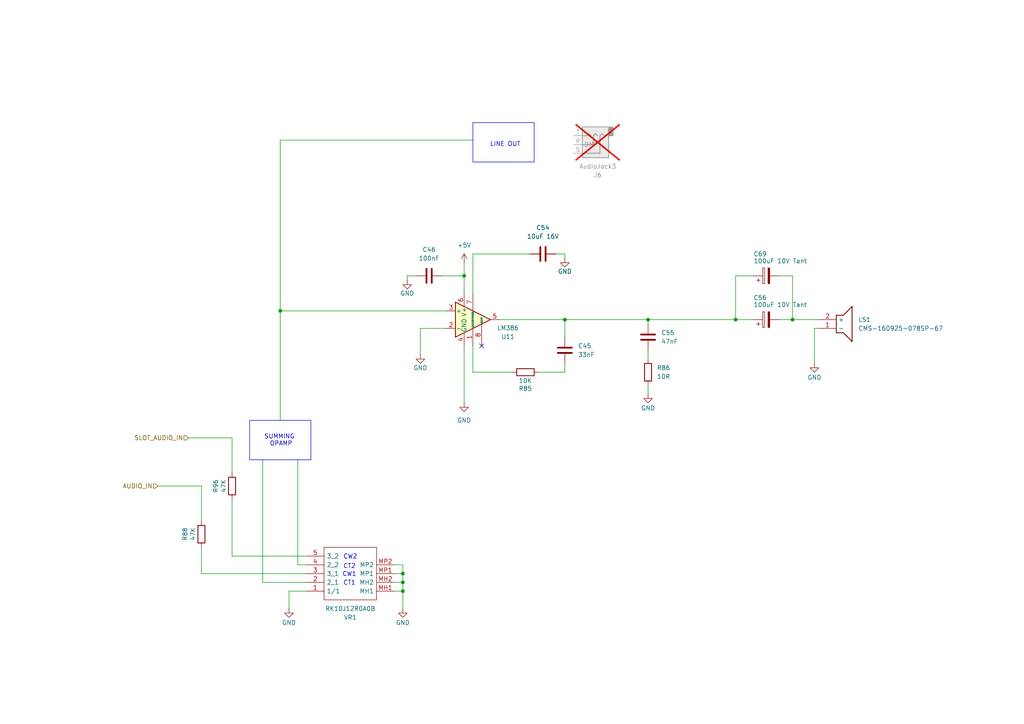
<source format=kicad_sch>
(kicad_sch (version 20250114) (generator "eeschema") (generator_version "9.0")
  (paper "A4")
  (lib_symbols
    (symbol "Amplifier_Audio:LM386" (pin_names (offset 0.127))
      (property "Reference" "U" (at 1.27 7.62 0))
      (property "Value" "LM386" (at 1.27 5.08 0))
      (symbol "LM386_0_1"
        (polyline (pts (xy 5.08 0) (xy -5.08 5.08) (xy -5.08 -5.08) (xy 5.08 0)) (stroke (width 0.254)) (fill (type background)))
      )
      (symbol "LM386_1_1"
        (pin input line (at -7.62 2.54 0) (length 2.54) (name "+") (number "3"))
        (pin input line (at -7.62 -2.54 0) (length 2.54) (name "-") (number "2"))
        (pin power_in line (at -2.54 7.62 270) (length 3.81) (name "V+") (number "6"))
        (pin power_in line (at -2.54 -7.62 90) (length 3.81) (name "GND") (number "4"))
        (pin input line (at 0 7.62 270) (length 5.08) (name "BYPASS") (number "7"))
        (pin input line (at 0 -7.62 90) (length 5.08) (name "GAIN") (number "1"))
        (pin input line (at 2.54 -7.62 90) (length 6.35) (name "GAIN") (number "8"))
        (pin output line (at 7.62 0 180) (length 2.54) (name "~") (number "5"))
      )
    )
    (symbol "CMS-160925-078SP-67:CMS-160925-078SP-67"
      (property "Reference" "LS" (at 11.43 0 0))
      (property "Value" "CMS-160925-078SP-67" (at 11.43 -2.54 0))
      (symbol "CMS-160925-078SP-67_1_1"
        (polyline (pts (xy 5.08 1.27) (xy 5.08 -3.81)) (stroke (width 0.254)))
        (polyline (pts (xy 5.08 1.27) (xy 7.112 1.27)) (stroke (width 0.254)))
        (polyline (pts (xy 7.112 -3.81) (xy 5.08 -3.81)) (stroke (width 0.254)))
        (polyline (pts (xy 7.112 -3.81) (xy 9.652 -6.35)) (stroke (width 0.254)))
        (polyline (pts (xy 9.652 3.81) (xy 7.112 1.27)) (stroke (width 0.254)))
        (polyline (pts (xy 9.652 3.81) (xy 9.652 -6.35)) (stroke (width 0.254)))
        (pin passive line (at 0 0 0) (length 5.08) (name "+") (number "2"))
        (pin passive line (at 0 -2.54 0) (length 5.08) (name "-") (number "1"))
      )
    )
    (symbol "Connector_Audio:AudioJack3"
      (property "Reference" "J" (at 0 8.89 0))
      (property "Value" "AudioJack3" (at 0 6.35 0))
      (symbol "AudioJack3_0_1"
        (rectangle (start -5.08 -5.08) (end -6.35 -2.54) (stroke (width 0.254)) (fill (type outline)))
        (polyline (pts (xy -1.905 -2.54) (xy -1.27 -3.175) (xy -0.635 -2.54) (xy -0.635 0) (xy 2.54 0)) (stroke (width 0.254)))
        (polyline (pts (xy 0 -2.54) (xy 0.635 -3.175) (xy 1.27 -2.54) (xy 2.54 -2.54)) (stroke (width 0.254)))
        (rectangle (start 2.54 3.81) (end -5.08 -5.08) (stroke (width 0.254)) (fill (type background)))
        (polyline (pts (xy 2.54 2.54) (xy -2.54 2.54) (xy -2.54 -2.54) (xy -3.175 -3.175) (xy -3.81 -2.54)) (stroke (width 0.254)))
      )
      (symbol "AudioJack3_1_1"
        (pin passive line (at 5.08 2.54 180) (length 2.54) (name "~") (number "S"))
        (pin passive line (at 5.08 0 180) (length 2.54) (name "~") (number "R"))
        (pin passive line (at 5.08 -2.54 180) (length 2.54) (name "~") (number "T"))
      )
    )
    (symbol "Device:C" (pin_numbers (hide yes)) (pin_names (offset 0.254))
      (property "Reference" "C" (at 0.635 2.54 0))
      (property "Value" "C" (at 0.635 -2.54 0))
      (symbol "C_0_1"
        (polyline (pts (xy -2.032 0.762) (xy 2.032 0.762)) (stroke (width 0.508)))
        (polyline (pts (xy -2.032 -0.762) (xy 2.032 -0.762)) (stroke (width 0.508)))
      )
      (symbol "C_1_1"
        (pin passive line (at 0 3.81 270) (length 2.794) (name "~") (number "1"))
        (pin passive line (at 0 -3.81 90) (length 2.794) (name "~") (number "2"))
      )
    )
    (symbol "Device:C_Polarized" (pin_numbers (hide yes)) (pin_names (offset 0.254))
      (property "Reference" "C" (at 0.635 2.54 0))
      (property "Value" "C_Polarized" (at 0.635 -2.54 0))
      (symbol "C_Polarized_0_1"
        (rectangle (start -2.286 0.508) (end 2.286 1.016))
        (polyline (pts (xy -1.778 2.286) (xy -0.762 2.286)))
        (polyline (pts (xy -1.27 2.794) (xy -1.27 1.778)))
        (rectangle (start 2.286 -0.508) (end -2.286 -1.016) (fill (type outline)))
      )
      (symbol "C_Polarized_1_1"
        (pin passive line (at 0 3.81 270) (length 2.794) (name "~") (number "1"))
        (pin passive line (at 0 -3.81 90) (length 2.794) (name "~") (number "2"))
      )
    )
    (symbol "Device:R" (pin_numbers (hide yes)) (pin_names (offset 0))
      (property "Reference" "R" (at 2.032 0 90))
      (property "Value" "R" (at 0 0 90))
      (symbol "R_0_1"
        (rectangle (start -1.016 -2.54) (end 1.016 2.54) (stroke (width 0.254)))
      )
      (symbol "R_1_1"
        (pin passive line (at 0 3.81 270) (length 1.27) (name "~") (number "1"))
        (pin passive line (at 0 -3.81 90) (length 1.27) (name "~") (number "2"))
      )
    )
    (symbol "RK10J12R0A0B:RK10J12R0A0B" (pin_names (offset 0.762))
      (property "Reference" "VR" (at 21.59 7.62 0))
      (property "Value" "RK10J12R0A0B" (at 21.59 5.08 0))
      (symbol "RK10J12R0A0B_0_0"
        (pin passive line (at 0 0 0) (length 5.08) (name "1/1") (number "1"))
        (pin passive line (at 0 -2.54 0) (length 5.08) (name "2_1") (number "2"))
        (pin passive line (at 0 -5.08 0) (length 5.08) (name "3_1") (number "3"))
        (pin passive line (at 0 -7.62 0) (length 5.08) (name "2_2") (number "4"))
        (pin passive line (at 0 -10.16 0) (length 5.08) (name "3_2") (number "5"))
        (pin passive line (at 25.4 0 180) (length 5.08) (name "MH1") (number "MH1"))
        (pin passive line (at 25.4 -2.54 180) (length 5.08) (name "MH2") (number "MH2"))
        (pin passive line (at 25.4 -5.08 180) (length 5.08) (name "MP1") (number "MP1"))
        (pin passive line (at 25.4 -7.62 180) (length 5.08) (name "MP2") (number "MP2"))
      )
      (symbol "RK10J12R0A0B_0_1"
        (polyline (pts (xy 5.08 2.54) (xy 20.32 2.54) (xy 20.32 -12.7) (xy 5.08 -12.7) (xy 5.08 2.54)) (stroke (width 0.1524)))
      )
    )
    (symbol "power:+5V" (power) (pin_names (offset 0))
      (property "Value" "+5V" (at 0 3.556 0))
      (symbol "+5V_0_1"
        (polyline (pts (xy -0.762 1.27) (xy 0 2.54)))
        (polyline (pts (xy 0 2.54) (xy 0.762 1.27)))
        (polyline (pts (xy 0 0) (xy 0 2.54)))
      )
      (symbol "+5V_1_1"
        (pin power_in line (at 0 0 90) (length 0) (hide yes) (name "+5V") (number "1"))
      )
    )
    (symbol "power:GND" (power) (pin_numbers (hide yes)) (pin_names (offset 0) (hide yes))
      (property "Value" "GND" (at 0 -3.81 0))
      (symbol "GND_0_1"
        (polyline (pts (xy 0 0) (xy 0 -1.27) (xy 1.27 -1.27) (xy 0 -2.54) (xy -1.27 -1.27) (xy 0 -1.27)))
      )
      (symbol "GND_1_1"
        (pin power_in line (at 0 0 270) (length 0) (name "~") (number "1"))
      )
    )
  )
  (rectangle (start 72.39 121.92) (end 90.17 133.35))
  (rectangle (start 137.16 35.56) (end 154.94 46.99))
  (text "CT1" (at 101.346 169.164 0) (effects (font (size 1.27 1.27))))
  (text "CT2" (at 101.346 164.338 0) (effects (font (size 1.27 1.27))))
  (text "CW1" (at 101.346 166.624 0) (effects (font (size 1.27 1.27))))
  (text "CW2" (at 101.6 161.544 0) (effects (font (size 1.27 1.27))))
  (text "LINE OUT\n" (at 146.558 41.91 0) (effects (font (size 1.27 1.27))))
  (text "SUMMING \nOPAMP" (at 81.534 127.762 0) (effects (font (size 1.27 1.27))))
  (junction (at 187.96 92.71))
  (junction (at 229.87 92.71))
  (junction (at 116.84 171.45))
  (junction (at 163.83 92.71))
  (junction (at 213.36 92.71))
  (junction (at 81.28 90.17))
  (junction (at 134.62 80.01))
  (junction (at 116.84 166.37))
  (junction (at 116.84 168.91))
  (no_connect (at 139.7 100.33))
  (wire (pts (xy 81.28 90.17) (xy 81.28 40.64)))
  (wire (pts (xy 86.36 163.83) (xy 88.9 163.83)))
  (wire (pts (xy 83.82 176.53) (xy 83.82 171.45)))
  (wire (pts (xy 213.36 92.71) (xy 218.44 92.71)))
  (wire (pts (xy 156.21 107.95) (xy 163.83 107.95)))
  (wire (pts (xy 134.62 116.84) (xy 134.62 100.33)))
  (wire (pts (xy 137.16 73.66) (xy 153.67 73.66)))
  (wire (pts (xy 226.06 80.01) (xy 229.87 80.01)))
  (wire (pts (xy 114.3 166.37) (xy 116.84 166.37)))
  (wire (pts (xy 137.16 73.66) (xy 137.16 85.09)))
  (wire (pts (xy 58.42 151.13) (xy 58.42 140.97)))
  (wire (pts (xy 88.9 161.29) (xy 67.31 161.29)))
  (wire (pts (xy 116.84 166.37) (xy 116.84 163.83)))
  (wire (pts (xy 187.96 92.71) (xy 187.96 93.98)))
  (wire (pts (xy 213.36 80.01) (xy 213.36 92.71)))
  (wire (pts (xy 128.27 80.01) (xy 134.62 80.01)))
  (wire (pts (xy 137.16 100.33) (xy 137.16 107.95)))
  (wire (pts (xy 121.92 102.87) (xy 121.92 95.25)))
  (wire (pts (xy 236.22 95.25) (xy 236.22 105.41)))
  (wire (pts (xy 187.96 92.71) (xy 213.36 92.71)))
  (wire (pts (xy 58.42 166.37) (xy 88.9 166.37)))
  (wire (pts (xy 218.44 80.01) (xy 213.36 80.01)))
  (wire (pts (xy 45.72 140.97) (xy 58.42 140.97)))
  (wire (pts (xy 116.84 163.83) (xy 114.3 163.83)))
  (wire (pts (xy 116.84 171.45) (xy 116.84 168.91)))
  (wire (pts (xy 54.61 127) (xy 67.31 127)))
  (wire (pts (xy 114.3 168.91) (xy 116.84 168.91)))
  (wire (pts (xy 88.9 168.91) (xy 76.2 168.91)))
  (wire (pts (xy 163.83 74.93) (xy 163.83 73.66)))
  (wire (pts (xy 163.83 92.71) (xy 187.96 92.71)))
  (wire (pts (xy 118.11 80.01) (xy 120.65 80.01)))
  (wire (pts (xy 81.28 90.17) (xy 81.28 121.92)))
  (wire (pts (xy 116.84 168.91) (xy 116.84 166.37)))
  (wire (pts (xy 229.87 80.01) (xy 229.87 92.71)))
  (wire (pts (xy 81.28 90.17) (xy 129.54 90.17)))
  (wire (pts (xy 134.62 76.2) (xy 134.62 80.01)))
  (wire (pts (xy 163.83 73.66) (xy 161.29 73.66)))
  (wire (pts (xy 226.06 92.71) (xy 229.87 92.71)))
  (wire (pts (xy 81.28 40.64) (xy 137.16 40.64)))
  (wire (pts (xy 118.11 81.28) (xy 118.11 80.01)))
  (wire (pts (xy 163.83 107.95) (xy 163.83 105.41)))
  (wire (pts (xy 116.84 176.53) (xy 116.84 171.45)))
  (wire (pts (xy 187.96 111.76) (xy 187.96 114.3)))
  (wire (pts (xy 229.87 92.71) (xy 237.49 92.71)))
  (wire (pts (xy 114.3 171.45) (xy 116.84 171.45)))
  (wire (pts (xy 76.2 133.35) (xy 76.2 168.91)))
  (wire (pts (xy 134.62 80.01) (xy 134.62 85.09)))
  (wire (pts (xy 137.16 107.95) (xy 148.59 107.95)))
  (wire (pts (xy 67.31 144.78) (xy 67.31 161.29)))
  (wire (pts (xy 121.92 95.25) (xy 129.54 95.25)))
  (wire (pts (xy 86.36 133.35) (xy 86.36 163.83)))
  (wire (pts (xy 58.42 158.75) (xy 58.42 166.37)))
  (wire (pts (xy 67.31 137.16) (xy 67.31 127)))
  (wire (pts (xy 83.82 171.45) (xy 88.9 171.45)))
  (wire (pts (xy 237.49 95.25) (xy 236.22 95.25)))
  (wire (pts (xy 187.96 101.6) (xy 187.96 104.14)))
  (wire (pts (xy 163.83 92.71) (xy 163.83 97.79)))
  (wire (pts (xy 144.78 92.71) (xy 163.83 92.71)))
  (hierarchical_label "SLOT_AUDIO_IN" (shape input) (at 54.61 127 180))
  (hierarchical_label "AUDIO_IN" (shape input) (at 45.72 140.97 180))
  (symbol (lib_id "power:GND") (at 118.11 81.28 0) (unit 1)
    (property "Reference" "#PWR0185" (effects (hide yes)))
    (property "Value" "GND" (at 118.11 85.09 0))
    (property "Description" "Power symbol creates a global label with name \"GND\" , ground" (effects (hide yes)))
  )
  (symbol (lib_id "Device:C") (at 163.83 101.6 0) (unit 1)
    (property "Reference" "C45" (at 167.64 100.3299 0) (effects (justify left)))
    (property "Value" "33nF" (at 167.64 102.8699 0) (effects (justify left)))
    (property "Footprint" "Capacitor_SMD:C_0603_1608Metric" (effects (hide yes)))
    (property "Description" "Unpolarized capacitor" (effects (hide yes)))
    (property "LCSC" "C21117" (effects (hide yes)))
  )
  (symbol (lib_id "power:GND") (at 163.83 74.93 0) (mirror y) (unit 1)
    (property "Reference" "#PWR0230" (effects (hide yes)))
    (property "Value" "GND" (at 163.83 78.74 0))
    (property "Description" "Power symbol creates a global label with name \"GND\" , ground" (effects (hide yes)))
  )
  (symbol (lib_id "Connector_Audio:AudioJack3") (at 171.45 41.91 180) (unit 1) (dnp yes)
    (property "Reference" "J6" (at 173.355 50.8 0))
    (property "Value" "AudioJack3" (at 173.355 48.26 0))
    (property "Footprint" "Connector_Audio:Jack_3.5mm_CUI_SJ-3524-SMT_Horizontal" (effects (hide yes)))
    (property "Description" "Audio Jack, 3 Poles (Stereo / TRS)" (effects (hide yes)))
    (property "LCSC" "DNP" (at 171.45 41.91 0))
  )
  (symbol (lib_id "RK10J12R0A0B:RK10J12R0A0B") (at 88.9 171.45 0) (mirror x) (unit 1)
    (property "Reference" "VR1" (at 101.6 179.07 0))
    (property "Value" "RK10J12R0A0B" (at 101.6 176.53 0))
    (property "Footprint" "RK10J12R0A0B:RK10J12R0A0B" (effects (hide yes)))
    (property "Datasheet" "https://www.alps.com/prod/info/E/HTML/Potentiometer/RotaryPotentiometers/RKJ1/RK10J12R0A0B.html" (effects (hide yes)))
    (property "Description" "Potentiometers Dual Unit 10mm,15A Surface mnt" (effects (hide yes)))
    (property "Description_1" "Potentiometers Dual Unit 10mm,15A Surface mnt" (effects (hide yes)))
    (property "Height" "2.5" (effects (hide yes)))
    (property "Mouser Part Number" "688-RK10J12R0A0B" (effects (hide yes)))
    (property "Mouser Price/Stock" "https://www.mouser.co.uk/ProductDetail/Alps-Alpine/RK10J12R0A0B?qs=nR5Mw3RKkX4o8TMzstLlKA%3D%3D" (effects (hide yes)))
    (property "Manufacturer_Name" "ALPS Electric" (effects (hide yes)))
    (property "Manufacturer_Part_Number" "RK10J12R0A0B" (effects (hide yes)))
    (property "LCSC" "DNF" (effects (hide yes)))
  )
  (symbol (lib_id "power:GND") (at 83.82 176.53 0) (unit 1)
    (property "Reference" "#PWR0234" (effects (hide yes)))
    (property "Value" "GND" (at 83.82 180.594 0))
    (property "Description" "Power symbol creates a global label with name \"GND\" , ground" (effects (hide yes)))
  )
  (symbol (lib_id "Device:R") (at 58.42 154.94 0) (unit 1)
    (property "Reference" "R88" (at 53.6779 154.9188 90))
    (property "Value" "47K" (at 55.9639 154.9188 90))
    (property "Footprint" "Resistor_SMD:R_0402_1005Metric" (effects (hide yes)))
    (property "LCSC" "DNF" (effects (hide yes)))
  )
  (symbol (lib_id "Device:R") (at 152.4 107.95 90) (unit 1)
    (property "Reference" "R85" (at 152.3788 112.6921 90))
    (property "Value" "10K" (at 152.3788 110.4061 90))
    (property "Footprint" "Resistor_SMD:R_0402_1005Metric" (effects (hide yes)))
    (property "LCSC" "C25744" (effects (hide yes)))
  )
  (symbol (lib_id "power:GND") (at 236.22 105.41 0) (unit 1)
    (property "Reference" "#PWR0233" (effects (hide yes)))
    (property "Value" "GND" (at 236.22 109.474 0))
    (property "Description" "Power symbol creates a global label with name \"GND\" , ground" (effects (hide yes)))
  )
  (symbol (lib_id "Device:C") (at 157.48 73.66 270) (mirror x) (unit 1)
    (property "Reference" "C54" (at 157.48 66.04 90))
    (property "Value" "10uF 16V" (at 157.48 68.58 90))
    (property "Footprint" "Capacitor_SMD:C_0805_2012Metric" (effects (hide yes)))
    (property "Description" "Unpolarized capacitor" (effects (hide yes)))
    (property "LCSC" "C15850" (effects (hide yes)))
  )
  (symbol (lib_id "power:GND") (at 116.84 176.53 0) (unit 1)
    (property "Reference" "#PWR0235" (effects (hide yes)))
    (property "Value" "GND" (at 116.84 180.594 0))
    (property "Description" "Power symbol creates a global label with name \"GND\" , ground" (effects (hide yes)))
  )
  (symbol (lib_id "power:GND") (at 187.96 114.3 0) (unit 1)
    (property "Reference" "#PWR0231" (effects (hide yes)))
    (property "Value" "GND" (at 187.96 118.364 0))
    (property "Description" "Power symbol creates a global label with name \"GND\" , ground" (effects (hide yes)))
  )
  (symbol (lib_id "power:GND") (at 134.62 116.84 0) (unit 1)
    (property "Reference" "#PWR0232" (effects (hide yes)))
    (property "Value" "GND" (at 134.62 121.92 0))
    (property "Description" "Power symbol creates a global label with name \"GND\" , ground" (effects (hide yes)))
  )
  (symbol (lib_id "Device:C_Polarized") (at 222.25 80.01 90) (unit 1)
    (property "Reference" "C69" (at 220.472 73.66 90))
    (property "Value" "100uF 10V Tant" (at 226.314 75.692 90))
    (property "Footprint" "Capacitor_Tantalum_SMD:CP_EIA-7343-30_AVX-N" (effects (hide yes)))
    (property "Description" "Polarized capacitor" (effects (hide yes)))
    (property "LCSC" "DNP" (effects (hide yes)))
  )
  (symbol (lib_id "power:GND") (at 121.92 102.87 0) (unit 1)
    (property "Reference" "#PWR0183" (effects (hide yes)))
    (property "Value" "GND" (at 121.92 106.68 0))
    (property "Description" "Power symbol creates a global label with name \"GND\" , ground" (effects (hide yes)))
  )
  (symbol (lib_id "CMS-160925-078SP-67:CMS-160925-078SP-67") (at 237.49 92.71 0) (unit 1)
    (property "Reference" "LS1" (at 248.92 92.7099 0) (effects (justify left)))
    (property "Value" "CMS-160925-078SP-67" (at 248.92 95.2499 0) (effects (justify left)))
    (property "Footprint" "CMS-160925-078SP-67:CMS160925078SP67" (effects (hide yes)))
    (property "Datasheet" "https://www.sameskydevices.com/product/resource/cms-160925-078x-67.pdf" (effects (hide yes)))
    (property "Description" "16 x 9 mm, Rectangular Frame, 0.7 W, 8 Ohm, Neodymium Magnet, PEEK Cone, Solder Pads, IP67, Speaker" (effects (hide yes)))
    (property "Height" "2.65" (effects (hide yes)))
    (property "Mouser Part Number" "490-CMS160925078SP67" (effects (hide yes)))
    (property "Mouser Price/Stock" "https://www.mouser.co.uk/ProductDetail/Same-Sky/CMS-160925-078SP-67?qs=w%2Fv1CP2dgqrfpK8PXJKERg%3D%3D" (effects (hide yes)))
    (property "Manufacturer_Name" "Same Sky" (effects (hide yes)))
    (property "Manufacturer_Part_Number" "CMS-160925-078SP-67" (effects (hide yes)))
    (property "LCSC" "DNF" (effects (hide yes)))
  )
  (symbol (lib_id "power:+5V") (at 134.62 76.2 0) (unit 1)
    (property "Reference" "#PWR0184" (effects (hide yes)))
    (property "Value" "+5V" (at 134.62 71.12 0))
  )
  (symbol (lib_id "Device:R") (at 187.96 107.95 0) (unit 1)
    (property "Reference" "R86" (at 190.5 106.6799 0) (effects (justify left)))
    (property "Value" "10R" (at 190.5 109.2199 0) (effects (justify left)))
    (property "Footprint" "Resistor_SMD:R_0805_2012Metric" (effects (hide yes)))
    (property "Description" "Resistor" (effects (hide yes)))
    (property "LCSC" "C844598" (effects (hide yes)))
  )
  (symbol (lib_id "Device:R") (at 67.31 140.97 0) (unit 1)
    (property "Reference" "R96" (at 62.5679 140.9488 90))
    (property "Value" "47K" (at 64.8539 140.9488 90))
    (property "Footprint" "Resistor_SMD:R_0402_1005Metric" (effects (hide yes)))
    (property "LCSC" "DNF" (effects (hide yes)))
  )
  (symbol (lib_id "Amplifier_Audio:LM386") (at 137.16 92.71 0) (unit 1)
    (property "Reference" "U11" (at 147.32 97.6632 0))
    (property "Value" "LM386" (at 147.32 95.1232 0))
    (property "Footprint" "Package_DIP:DIP-8_W7.62mm" (effects (hide yes)))
    (property "Datasheet" "http://www.ti.com/lit/ds/symlink/lm386.pdf" (effects (hide yes)))
    (property "Description" "Low Voltage Audio Power Amplifier, DIP-8/SOIC-8/SSOP-8" (effects (hide yes)))
    (property "Mouser Part Number" "926-LM386N-3/NOPB" (effects (hide yes)))
    (property "LCSC" "DNF" (effects (hide yes)))
  )
  (symbol (lib_id "Device:C") (at 124.46 80.01 90) (unit 1)
    (property "Reference" "C46" (at 124.46 72.39 90))
    (property "Value" "100nF" (at 124.46 74.93 90))
    (property "Footprint" "Capacitor_SMD:C_0402_1005Metric" (effects (hide yes)))
    (property "Description" "Unpolarized capacitor" (effects (hide yes)))
    (property "LCSC" "C113803" (effects (hide yes)))
  )
  (symbol (lib_id "Device:C_Polarized") (at 222.25 92.71 90) (unit 1)
    (property "Reference" "C56" (at 220.472 86.36 90))
    (property "Value" "100uF 10V Tant" (at 226.314 88.392 90))
    (property "Footprint" "Capacitor_Tantalum_SMD:CP_EIA-7343-30_AVX-N" (effects (hide yes)))
    (property "Description" "Polarized capacitor" (effects (hide yes)))
    (property "LCSC" "DNP" (effects (hide yes)))
  )
  (symbol (lib_id "Device:C") (at 187.96 97.79 0) (unit 1)
    (property "Reference" "C55" (at 191.77 96.5199 0) (effects (justify left)))
    (property "Value" "47nF" (at 191.77 99.0599 0) (effects (justify left)))
    (property "Footprint" "Capacitor_SMD:C_0402_1005Metric" (effects (hide yes)))
    (property "Description" "Unpolarized capacitor" (effects (hide yes)))
    (property "LCSC" "C1622" (effects (hide yes)))
  )
)
</source>
